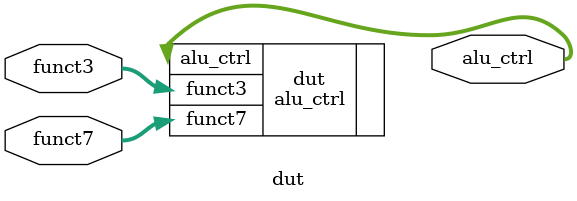
<source format=v>
`timescale 1ns/1ps
module dut (
    input wire  [2:0] funct3,
    input wire  [6:0] funct7,
    output wire [2:0] alu_ctrl 
);
    alu_ctrl dut(
        .funct3(funct3),
        .funct7(funct7),
        .alu_ctrl(alu_ctrl)
    );
    
endmodule
</source>
